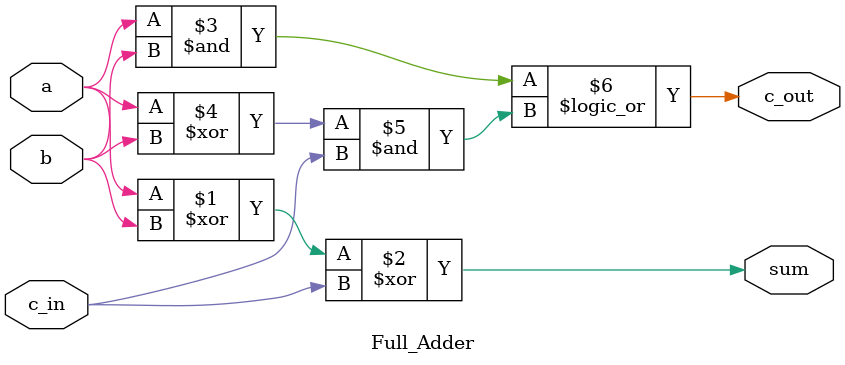
<source format=v>
`timescale 1ns / 1ps

module Full_Adder(
    input wire a,
    input wire b,
    input wire c_in,
    output wire sum,
    output wire c_out
    );
      
    assign sum = a ^ b ^ c_in;
    assign c_out = (a&b) || (a^b)&c_in;
endmodule

</source>
